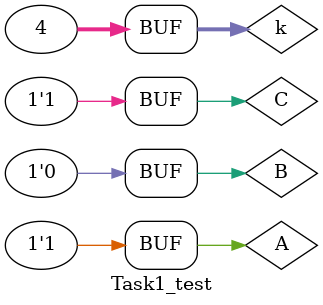
<source format=v>
`timescale 1ns / 1ps


module Task1_test;

 reg A; //input
 reg B;
 reg C;
 wire X; //output
 
 Task_1 CUT(
 
 //linking test inputs to test bench variables
 .A(A),
 .B(B),
 .C(C),
 .X(X)
 
 ) ;
 
    //looping variable
    integer k = 0;

//start of the test
initial begin
    // Initialize Inputs
    A = 0;
    B = 0;
    C = 0;

    // Wait 100 ns for global reset to finish
    #100; //creates timing delay (ns)
    
    // Add stimulus here

    for(k = 0; k < 4; k=k+1)
    begin
        {A,C} = k;
        #5 B = 1;
        #5 B = 0;
        #5 ;
    end
end
    
endmodule

</source>
